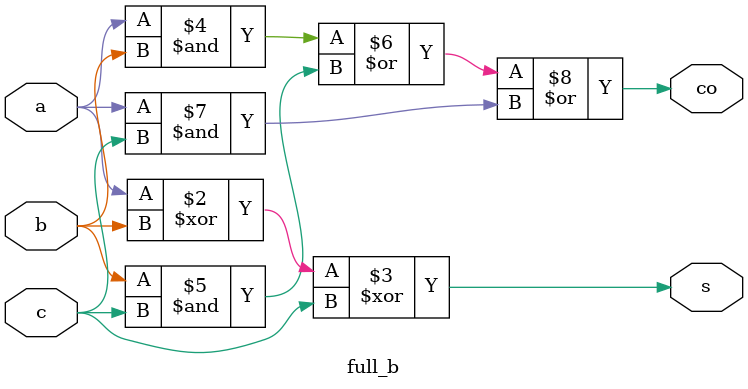
<source format=v>
module full_str(output s,co, input a,b,c);
wire t1,t2,k;
// s is sum
// co is carry out
// Full adder
xor g1(s,a,b,c);
xor g2(k,a,b);
and (t1,a,b);
and (t2,k,c);
or(co, t1, t2);

endmodule

module full_df(s,co,a,b,c);
input a,b,c;
output s,co;
assign s=a^b^c;
assign co=(a&b)|(b&c)|(a&c);
endmodule

module full_b(s,co,a,b,c);
input a,b,c;
output reg s,co;
always @(*)
begin
s=a^b^c;
co=(a&b)|(b&c)|(a&c);
end

endmodule
</source>
